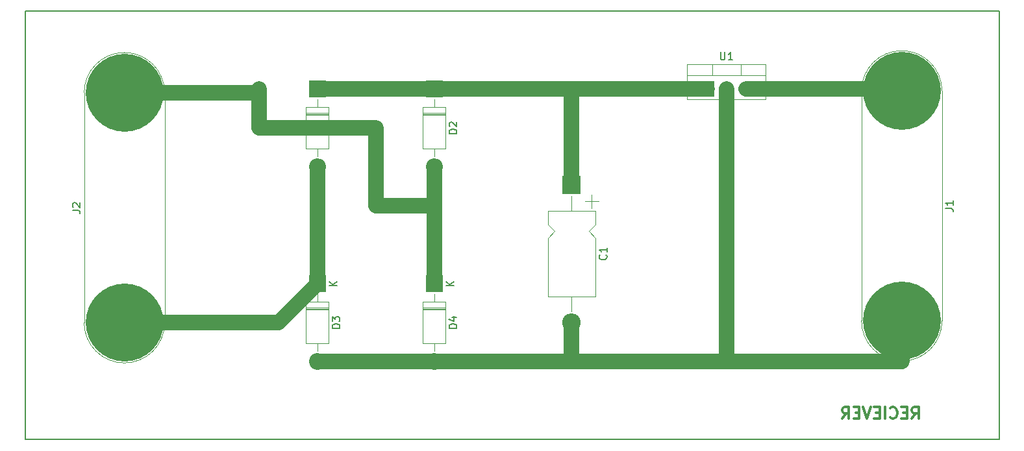
<source format=gbr>
%TF.GenerationSoftware,KiCad,Pcbnew,7.0.2*%
%TF.CreationDate,2023-06-25T17:45:46+05:30*%
%TF.ProjectId,Receiver,52656365-6976-4657-922e-6b696361645f,rev?*%
%TF.SameCoordinates,Original*%
%TF.FileFunction,Legend,Top*%
%TF.FilePolarity,Positive*%
%FSLAX46Y46*%
G04 Gerber Fmt 4.6, Leading zero omitted, Abs format (unit mm)*
G04 Created by KiCad (PCBNEW 7.0.2) date 2023-06-25 17:45:46*
%MOMM*%
%LPD*%
G01*
G04 APERTURE LIST*
%ADD10C,0.150000*%
%ADD11C,0.120000*%
%TA.AperFunction,NonConductor*%
%ADD12C,0.200000*%
%TD*%
%ADD13C,0.300000*%
%TA.AperFunction,NonConductor*%
%ADD14C,0.300000*%
%TD*%
%TA.AperFunction,ComponentPad*%
%ADD15R,2.200000X2.200000*%
%TD*%
%TA.AperFunction,ComponentPad*%
%ADD16O,2.200000X2.200000*%
%TD*%
%TA.AperFunction,ComponentPad*%
%ADD17C,10.160000*%
%TD*%
%TA.AperFunction,ComponentPad*%
%ADD18R,2.400000X2.400000*%
%TD*%
%TA.AperFunction,ComponentPad*%
%ADD19O,2.400000X2.400000*%
%TD*%
%TA.AperFunction,ComponentPad*%
%ADD20R,1.905000X2.000000*%
%TD*%
%TA.AperFunction,ComponentPad*%
%ADD21O,1.905000X2.000000*%
%TD*%
%TA.AperFunction,Conductor*%
%ADD22C,2.000000*%
%TD*%
G04 APERTURE END LIST*
D10*
%TO.C,D1*%
X81672619Y-82018094D02*
X80672619Y-82018094D01*
X80672619Y-82018094D02*
X80672619Y-81779999D01*
X80672619Y-81779999D02*
X80720238Y-81637142D01*
X80720238Y-81637142D02*
X80815476Y-81541904D01*
X80815476Y-81541904D02*
X80910714Y-81494285D01*
X80910714Y-81494285D02*
X81101190Y-81446666D01*
X81101190Y-81446666D02*
X81244047Y-81446666D01*
X81244047Y-81446666D02*
X81434523Y-81494285D01*
X81434523Y-81494285D02*
X81529761Y-81541904D01*
X81529761Y-81541904D02*
X81625000Y-81637142D01*
X81625000Y-81637142D02*
X81672619Y-81779999D01*
X81672619Y-81779999D02*
X81672619Y-82018094D01*
X81672619Y-80494285D02*
X81672619Y-81065713D01*
X81672619Y-80779999D02*
X80672619Y-80779999D01*
X80672619Y-80779999D02*
X80815476Y-80875237D01*
X80815476Y-80875237D02*
X80910714Y-80970475D01*
X80910714Y-80970475D02*
X80958333Y-81065713D01*
X81302619Y-76461904D02*
X80302619Y-76461904D01*
X81302619Y-75890476D02*
X80731190Y-76319047D01*
X80302619Y-75890476D02*
X80874047Y-76461904D01*
%TO.C,J2*%
X46802619Y-92028333D02*
X47516904Y-92028333D01*
X47516904Y-92028333D02*
X47659761Y-92075952D01*
X47659761Y-92075952D02*
X47755000Y-92171190D01*
X47755000Y-92171190D02*
X47802619Y-92314047D01*
X47802619Y-92314047D02*
X47802619Y-92409285D01*
X46897857Y-91599761D02*
X46850238Y-91552142D01*
X46850238Y-91552142D02*
X46802619Y-91456904D01*
X46802619Y-91456904D02*
X46802619Y-91218809D01*
X46802619Y-91218809D02*
X46850238Y-91123571D01*
X46850238Y-91123571D02*
X46897857Y-91075952D01*
X46897857Y-91075952D02*
X46993095Y-91028333D01*
X46993095Y-91028333D02*
X47088333Y-91028333D01*
X47088333Y-91028333D02*
X47231190Y-91075952D01*
X47231190Y-91075952D02*
X47802619Y-91647380D01*
X47802619Y-91647380D02*
X47802619Y-91028333D01*
%TO.C,D3*%
X81672619Y-107418094D02*
X80672619Y-107418094D01*
X80672619Y-107418094D02*
X80672619Y-107179999D01*
X80672619Y-107179999D02*
X80720238Y-107037142D01*
X80720238Y-107037142D02*
X80815476Y-106941904D01*
X80815476Y-106941904D02*
X80910714Y-106894285D01*
X80910714Y-106894285D02*
X81101190Y-106846666D01*
X81101190Y-106846666D02*
X81244047Y-106846666D01*
X81244047Y-106846666D02*
X81434523Y-106894285D01*
X81434523Y-106894285D02*
X81529761Y-106941904D01*
X81529761Y-106941904D02*
X81625000Y-107037142D01*
X81625000Y-107037142D02*
X81672619Y-107179999D01*
X81672619Y-107179999D02*
X81672619Y-107418094D01*
X80672619Y-106513332D02*
X80672619Y-105894285D01*
X80672619Y-105894285D02*
X81053571Y-106227618D01*
X81053571Y-106227618D02*
X81053571Y-106084761D01*
X81053571Y-106084761D02*
X81101190Y-105989523D01*
X81101190Y-105989523D02*
X81148809Y-105941904D01*
X81148809Y-105941904D02*
X81244047Y-105894285D01*
X81244047Y-105894285D02*
X81482142Y-105894285D01*
X81482142Y-105894285D02*
X81577380Y-105941904D01*
X81577380Y-105941904D02*
X81625000Y-105989523D01*
X81625000Y-105989523D02*
X81672619Y-106084761D01*
X81672619Y-106084761D02*
X81672619Y-106370475D01*
X81672619Y-106370475D02*
X81625000Y-106465713D01*
X81625000Y-106465713D02*
X81577380Y-106513332D01*
X81302619Y-101861904D02*
X80302619Y-101861904D01*
X81302619Y-101290476D02*
X80731190Y-101719047D01*
X80302619Y-101290476D02*
X80874047Y-101861904D01*
%TO.C,J1*%
X160642619Y-91758333D02*
X161356904Y-91758333D01*
X161356904Y-91758333D02*
X161499761Y-91805952D01*
X161499761Y-91805952D02*
X161595000Y-91901190D01*
X161595000Y-91901190D02*
X161642619Y-92044047D01*
X161642619Y-92044047D02*
X161642619Y-92139285D01*
X161642619Y-90758333D02*
X161642619Y-91329761D01*
X161642619Y-91044047D02*
X160642619Y-91044047D01*
X160642619Y-91044047D02*
X160785476Y-91139285D01*
X160785476Y-91139285D02*
X160880714Y-91234523D01*
X160880714Y-91234523D02*
X160928333Y-91329761D01*
%TO.C,D4*%
X96912619Y-107418094D02*
X95912619Y-107418094D01*
X95912619Y-107418094D02*
X95912619Y-107179999D01*
X95912619Y-107179999D02*
X95960238Y-107037142D01*
X95960238Y-107037142D02*
X96055476Y-106941904D01*
X96055476Y-106941904D02*
X96150714Y-106894285D01*
X96150714Y-106894285D02*
X96341190Y-106846666D01*
X96341190Y-106846666D02*
X96484047Y-106846666D01*
X96484047Y-106846666D02*
X96674523Y-106894285D01*
X96674523Y-106894285D02*
X96769761Y-106941904D01*
X96769761Y-106941904D02*
X96865000Y-107037142D01*
X96865000Y-107037142D02*
X96912619Y-107179999D01*
X96912619Y-107179999D02*
X96912619Y-107418094D01*
X96245952Y-105989523D02*
X96912619Y-105989523D01*
X95865000Y-106227618D02*
X96579285Y-106465713D01*
X96579285Y-106465713D02*
X96579285Y-105846666D01*
X96542619Y-101861904D02*
X95542619Y-101861904D01*
X96542619Y-101290476D02*
X95971190Y-101719047D01*
X95542619Y-101290476D02*
X96114047Y-101861904D01*
%TO.C,C1*%
X116389880Y-97846666D02*
X116437500Y-97894285D01*
X116437500Y-97894285D02*
X116485119Y-98037142D01*
X116485119Y-98037142D02*
X116485119Y-98132380D01*
X116485119Y-98132380D02*
X116437500Y-98275237D01*
X116437500Y-98275237D02*
X116342261Y-98370475D01*
X116342261Y-98370475D02*
X116247023Y-98418094D01*
X116247023Y-98418094D02*
X116056547Y-98465713D01*
X116056547Y-98465713D02*
X115913690Y-98465713D01*
X115913690Y-98465713D02*
X115723214Y-98418094D01*
X115723214Y-98418094D02*
X115627976Y-98370475D01*
X115627976Y-98370475D02*
X115532738Y-98275237D01*
X115532738Y-98275237D02*
X115485119Y-98132380D01*
X115485119Y-98132380D02*
X115485119Y-98037142D01*
X115485119Y-98037142D02*
X115532738Y-97894285D01*
X115532738Y-97894285D02*
X115580357Y-97846666D01*
X116485119Y-96894285D02*
X116485119Y-97465713D01*
X116485119Y-97179999D02*
X115485119Y-97179999D01*
X115485119Y-97179999D02*
X115627976Y-97275237D01*
X115627976Y-97275237D02*
X115723214Y-97370475D01*
X115723214Y-97370475D02*
X115770833Y-97465713D01*
%TO.C,D2*%
X96912619Y-82018094D02*
X95912619Y-82018094D01*
X95912619Y-82018094D02*
X95912619Y-81779999D01*
X95912619Y-81779999D02*
X95960238Y-81637142D01*
X95960238Y-81637142D02*
X96055476Y-81541904D01*
X96055476Y-81541904D02*
X96150714Y-81494285D01*
X96150714Y-81494285D02*
X96341190Y-81446666D01*
X96341190Y-81446666D02*
X96484047Y-81446666D01*
X96484047Y-81446666D02*
X96674523Y-81494285D01*
X96674523Y-81494285D02*
X96769761Y-81541904D01*
X96769761Y-81541904D02*
X96865000Y-81637142D01*
X96865000Y-81637142D02*
X96912619Y-81779999D01*
X96912619Y-81779999D02*
X96912619Y-82018094D01*
X96007857Y-81065713D02*
X95960238Y-81018094D01*
X95960238Y-81018094D02*
X95912619Y-80922856D01*
X95912619Y-80922856D02*
X95912619Y-80684761D01*
X95912619Y-80684761D02*
X95960238Y-80589523D01*
X95960238Y-80589523D02*
X96007857Y-80541904D01*
X96007857Y-80541904D02*
X96103095Y-80494285D01*
X96103095Y-80494285D02*
X96198333Y-80494285D01*
X96198333Y-80494285D02*
X96341190Y-80541904D01*
X96341190Y-80541904D02*
X96912619Y-81113332D01*
X96912619Y-81113332D02*
X96912619Y-80494285D01*
X96542619Y-76461904D02*
X95542619Y-76461904D01*
X96542619Y-75890476D02*
X95971190Y-76319047D01*
X95542619Y-75890476D02*
X96114047Y-76461904D01*
%TO.C,U1*%
X131318095Y-71392619D02*
X131318095Y-72202142D01*
X131318095Y-72202142D02*
X131365714Y-72297380D01*
X131365714Y-72297380D02*
X131413333Y-72345000D01*
X131413333Y-72345000D02*
X131508571Y-72392619D01*
X131508571Y-72392619D02*
X131699047Y-72392619D01*
X131699047Y-72392619D02*
X131794285Y-72345000D01*
X131794285Y-72345000D02*
X131841904Y-72297380D01*
X131841904Y-72297380D02*
X131889523Y-72202142D01*
X131889523Y-72202142D02*
X131889523Y-71392619D01*
X132889523Y-72392619D02*
X132318095Y-72392619D01*
X132603809Y-72392619D02*
X132603809Y-71392619D01*
X132603809Y-71392619D02*
X132508571Y-71535476D01*
X132508571Y-71535476D02*
X132413333Y-71630714D01*
X132413333Y-71630714D02*
X132318095Y-71678333D01*
D11*
%TO.C,D1*%
X78740000Y-77540000D02*
X78740000Y-78560000D01*
X80210000Y-78560000D02*
X77270000Y-78560000D01*
X77270000Y-78560000D02*
X77270000Y-84000000D01*
X80210000Y-79340000D02*
X77270000Y-79340000D01*
X80210000Y-79460000D02*
X77270000Y-79460000D01*
X80210000Y-79580000D02*
X77270000Y-79580000D01*
X80210000Y-84000000D02*
X80210000Y-78560000D01*
X77270000Y-84000000D02*
X80210000Y-84000000D01*
X78740000Y-85020000D02*
X78740000Y-84000000D01*
%TO.C,J2*%
X58830000Y-106680000D02*
X58830000Y-76680000D01*
X48330000Y-76680000D02*
X48330000Y-106680000D01*
X48330000Y-106680000D02*
G75*
G03*
X58830000Y-106680000I5250000J0D01*
G01*
X58830000Y-76680000D02*
G75*
G03*
X48330000Y-76680000I-5250000J0D01*
G01*
%TO.C,D3*%
X78740000Y-102940000D02*
X78740000Y-103960000D01*
X80210000Y-103960000D02*
X77270000Y-103960000D01*
X77270000Y-103960000D02*
X77270000Y-109400000D01*
X80210000Y-104740000D02*
X77270000Y-104740000D01*
X80210000Y-104860000D02*
X77270000Y-104860000D01*
X80210000Y-104980000D02*
X77270000Y-104980000D01*
X80210000Y-109400000D02*
X80210000Y-103960000D01*
X77270000Y-109400000D02*
X80210000Y-109400000D01*
X78740000Y-110420000D02*
X78740000Y-109400000D01*
%TO.C,J1*%
X149690000Y-76440000D02*
X149690000Y-106440000D01*
X160190000Y-106440000D02*
X160190000Y-76440000D01*
X160190000Y-76440000D02*
G75*
G03*
X149690000Y-76440000I-5250000J0D01*
G01*
X149690000Y-106440000D02*
G75*
G03*
X160190000Y-106440000I5250000J0D01*
G01*
%TO.C,D4*%
X93980000Y-102940000D02*
X93980000Y-103960000D01*
X95450000Y-103960000D02*
X92510000Y-103960000D01*
X92510000Y-103960000D02*
X92510000Y-109400000D01*
X95450000Y-104740000D02*
X92510000Y-104740000D01*
X95450000Y-104860000D02*
X92510000Y-104860000D01*
X95450000Y-104980000D02*
X92510000Y-104980000D01*
X95450000Y-109400000D02*
X95450000Y-103960000D01*
X92510000Y-109400000D02*
X95450000Y-109400000D01*
X93980000Y-110420000D02*
X93980000Y-109400000D01*
%TO.C,C1*%
X114502500Y-89960000D02*
X114502500Y-91760000D01*
X111902500Y-90120000D02*
X111902500Y-92060000D01*
X115402500Y-90860000D02*
X113602500Y-90860000D01*
X115022500Y-92060000D02*
X108782500Y-92060000D01*
X115022500Y-92060000D02*
X115022500Y-93860000D01*
X108782500Y-92060000D02*
X108782500Y-93860000D01*
X115022500Y-93860000D02*
X114122500Y-94760000D01*
X108782500Y-93860000D02*
X109682500Y-94760000D01*
X114122500Y-94760000D02*
X115022500Y-95660000D01*
X109682500Y-94760000D02*
X108782500Y-95660000D01*
X115022500Y-95660000D02*
X115022500Y-103300000D01*
X108782500Y-95660000D02*
X108782500Y-103300000D01*
X115022500Y-103300000D02*
X108782500Y-103300000D01*
X111902500Y-105240000D02*
X111902500Y-103300000D01*
%TO.C,D2*%
X93980000Y-77540000D02*
X93980000Y-78560000D01*
X95450000Y-78560000D02*
X92510000Y-78560000D01*
X92510000Y-78560000D02*
X92510000Y-84000000D01*
X95450000Y-79340000D02*
X92510000Y-79340000D01*
X95450000Y-79460000D02*
X92510000Y-79460000D01*
X95450000Y-79580000D02*
X92510000Y-79580000D01*
X95450000Y-84000000D02*
X95450000Y-78560000D01*
X92510000Y-84000000D02*
X95450000Y-84000000D01*
X93980000Y-85020000D02*
X93980000Y-84000000D01*
%TO.C,U1*%
X126960000Y-72930000D02*
X126960000Y-77571000D01*
X126960000Y-72930000D02*
X137200000Y-72930000D01*
X126960000Y-74440000D02*
X137200000Y-74440000D01*
X126960000Y-77571000D02*
X137200000Y-77571000D01*
X130230000Y-72930000D02*
X130230000Y-74440000D01*
X133931000Y-72930000D02*
X133931000Y-74440000D01*
X137200000Y-72930000D02*
X137200000Y-77571000D01*
%TD*%
D12*
X167640000Y-121920000D02*
X40640000Y-121920000D01*
X40640000Y-121920000D02*
X40640000Y-66040000D01*
X40640000Y-66040000D02*
X167640000Y-66040000D01*
X167640000Y-66040000D02*
X167640000Y-121920000D01*
D13*
D14*
X156265714Y-119196428D02*
X156765714Y-118482142D01*
X157122857Y-119196428D02*
X157122857Y-117696428D01*
X157122857Y-117696428D02*
X156551428Y-117696428D01*
X156551428Y-117696428D02*
X156408571Y-117767857D01*
X156408571Y-117767857D02*
X156337142Y-117839285D01*
X156337142Y-117839285D02*
X156265714Y-117982142D01*
X156265714Y-117982142D02*
X156265714Y-118196428D01*
X156265714Y-118196428D02*
X156337142Y-118339285D01*
X156337142Y-118339285D02*
X156408571Y-118410714D01*
X156408571Y-118410714D02*
X156551428Y-118482142D01*
X156551428Y-118482142D02*
X157122857Y-118482142D01*
X155622857Y-118410714D02*
X155122857Y-118410714D01*
X154908571Y-119196428D02*
X155622857Y-119196428D01*
X155622857Y-119196428D02*
X155622857Y-117696428D01*
X155622857Y-117696428D02*
X154908571Y-117696428D01*
X153408571Y-119053571D02*
X153479999Y-119125000D01*
X153479999Y-119125000D02*
X153694285Y-119196428D01*
X153694285Y-119196428D02*
X153837142Y-119196428D01*
X153837142Y-119196428D02*
X154051428Y-119125000D01*
X154051428Y-119125000D02*
X154194285Y-118982142D01*
X154194285Y-118982142D02*
X154265714Y-118839285D01*
X154265714Y-118839285D02*
X154337142Y-118553571D01*
X154337142Y-118553571D02*
X154337142Y-118339285D01*
X154337142Y-118339285D02*
X154265714Y-118053571D01*
X154265714Y-118053571D02*
X154194285Y-117910714D01*
X154194285Y-117910714D02*
X154051428Y-117767857D01*
X154051428Y-117767857D02*
X153837142Y-117696428D01*
X153837142Y-117696428D02*
X153694285Y-117696428D01*
X153694285Y-117696428D02*
X153479999Y-117767857D01*
X153479999Y-117767857D02*
X153408571Y-117839285D01*
X152765714Y-119196428D02*
X152765714Y-117696428D01*
X152051428Y-118410714D02*
X151551428Y-118410714D01*
X151337142Y-119196428D02*
X152051428Y-119196428D01*
X152051428Y-119196428D02*
X152051428Y-117696428D01*
X152051428Y-117696428D02*
X151337142Y-117696428D01*
X150908570Y-117696428D02*
X150408570Y-119196428D01*
X150408570Y-119196428D02*
X149908570Y-117696428D01*
X149408571Y-118410714D02*
X148908571Y-118410714D01*
X148694285Y-119196428D02*
X149408571Y-119196428D01*
X149408571Y-119196428D02*
X149408571Y-117696428D01*
X149408571Y-117696428D02*
X148694285Y-117696428D01*
X147194285Y-119196428D02*
X147694285Y-118482142D01*
X148051428Y-119196428D02*
X148051428Y-117696428D01*
X148051428Y-117696428D02*
X147479999Y-117696428D01*
X147479999Y-117696428D02*
X147337142Y-117767857D01*
X147337142Y-117767857D02*
X147265713Y-117839285D01*
X147265713Y-117839285D02*
X147194285Y-117982142D01*
X147194285Y-117982142D02*
X147194285Y-118196428D01*
X147194285Y-118196428D02*
X147265713Y-118339285D01*
X147265713Y-118339285D02*
X147337142Y-118410714D01*
X147337142Y-118410714D02*
X147479999Y-118482142D01*
X147479999Y-118482142D02*
X148051428Y-118482142D01*
D15*
%TO.P,D1,1,K*%
%TO.N,Net-(D1-K)*%
X78740000Y-76200000D03*
D16*
%TO.P,D1,2,A*%
%TO.N,Net-(D1-A)*%
X78740000Y-86360000D03*
%TD*%
D17*
%TO.P,J2,1,Pin_1*%
%TO.N,Net-(D1-A)*%
X53580000Y-106680000D03*
%TO.P,J2,2,Pin_2*%
%TO.N,Net-(D2-A)*%
X53580000Y-76710000D03*
%TD*%
D15*
%TO.P,D3,1,K*%
%TO.N,Net-(D1-A)*%
X78740000Y-101600000D03*
D16*
%TO.P,D3,2,A*%
%TO.N,Net-(D3-A)*%
X78740000Y-111760000D03*
%TD*%
D17*
%TO.P,J1,1,Pin_1*%
%TO.N,Net-(J1-Pin_1)*%
X154940000Y-76440000D03*
%TO.P,J1,2,Pin_2*%
%TO.N,Net-(D3-A)*%
X154940000Y-106410000D03*
%TD*%
D15*
%TO.P,D4,1,K*%
%TO.N,Net-(D2-A)*%
X93980000Y-101600000D03*
D16*
%TO.P,D4,2,A*%
%TO.N,Net-(D3-A)*%
X93980000Y-111760000D03*
%TD*%
D18*
%TO.P,C1,1*%
%TO.N,Net-(D1-K)*%
X111902500Y-88680000D03*
D19*
%TO.P,C1,2*%
%TO.N,Net-(D3-A)*%
X111902500Y-106680000D03*
%TD*%
D15*
%TO.P,D2,1,K*%
%TO.N,Net-(D1-K)*%
X93980000Y-76200000D03*
D16*
%TO.P,D2,2,A*%
%TO.N,Net-(D2-A)*%
X93980000Y-86360000D03*
%TD*%
D20*
%TO.P,U1,1,VI*%
%TO.N,Net-(D1-K)*%
X129540000Y-76200000D03*
D21*
%TO.P,U1,2,GND*%
%TO.N,Net-(D3-A)*%
X132080000Y-76200000D03*
%TO.P,U1,3,VO*%
%TO.N,Net-(J1-Pin_1)*%
X134620000Y-76200000D03*
%TD*%
D22*
%TO.N,Net-(D1-K)*%
X78740000Y-76200000D02*
X93980000Y-76200000D01*
X129540000Y-76200000D02*
X112045000Y-76200000D01*
X112045000Y-76200000D02*
X111902500Y-76342500D01*
X93980000Y-76200000D02*
X111760000Y-76200000D01*
X111760000Y-76200000D02*
X111902500Y-76342500D01*
X111902500Y-76342500D02*
X111902500Y-88680000D01*
%TO.N,Net-(D3-A)*%
X154940000Y-106410000D02*
X154940000Y-111760000D01*
X132080000Y-111760000D02*
X111760000Y-111760000D01*
X132080000Y-76200000D02*
X132080000Y-111760000D01*
X111902500Y-106680000D02*
X111902500Y-111617500D01*
X78740000Y-111760000D02*
X93980000Y-111760000D01*
X111760000Y-111760000D02*
X93980000Y-111760000D01*
X111902500Y-111617500D02*
X111760000Y-111760000D01*
X154940000Y-111760000D02*
X132080000Y-111760000D01*
%TO.N,Net-(D1-A)*%
X53580000Y-106680000D02*
X73660000Y-106680000D01*
X73660000Y-106680000D02*
X78740000Y-101600000D01*
X78740000Y-101600000D02*
X78740000Y-86360000D01*
%TO.N,Net-(D2-A)*%
X93980000Y-91440000D02*
X93980000Y-101600000D01*
X53580000Y-76710000D02*
X70610000Y-76710000D01*
X70610000Y-76710000D02*
X71120000Y-76200000D01*
X93980000Y-86360000D02*
X93980000Y-91440000D01*
X86360000Y-91440000D02*
X93980000Y-91440000D01*
X71120000Y-76200000D02*
X71120000Y-81280000D01*
X86360000Y-81280000D02*
X86360000Y-91440000D01*
X71120000Y-81280000D02*
X86360000Y-81280000D01*
%TO.N,Net-(J1-Pin_1)*%
X154700000Y-76200000D02*
X154940000Y-76440000D01*
X134620000Y-76200000D02*
X154700000Y-76200000D01*
%TD*%
M02*

</source>
